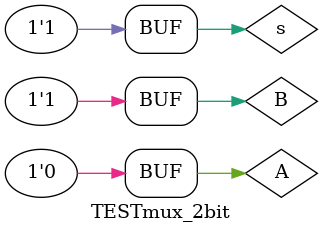
<source format=v>

`define AND and #20
`define OR or #20
`define NOT not #10

module mux_2bit(muxOut, in0, in1, s);
  output muxOut;
  input in0, in1;
  input s;
  wire andOut0, andOut1, nots;
  
  `NOT notsgate(nots, s);

  `AND and0(andOut0,in0,nots);
  `AND and1(andOut1,in1,s);

  `OR finalOr(muxOut,andOut0,andOut1);
endmodule

module TESTmux_2bit;
  reg A,B; 
  reg s;
  wire muxOut; 
   
  //test mux
  initial  // Stimulus 
  begin 
    A=0; B=1; s=0; 
    #150 s=1; 
  end 
  mux_5bit UUT (muxOut,A,B,s); 
  initial  // Response 
    $monitor($time,muxOut,A,B,s);
endmodule

</source>
